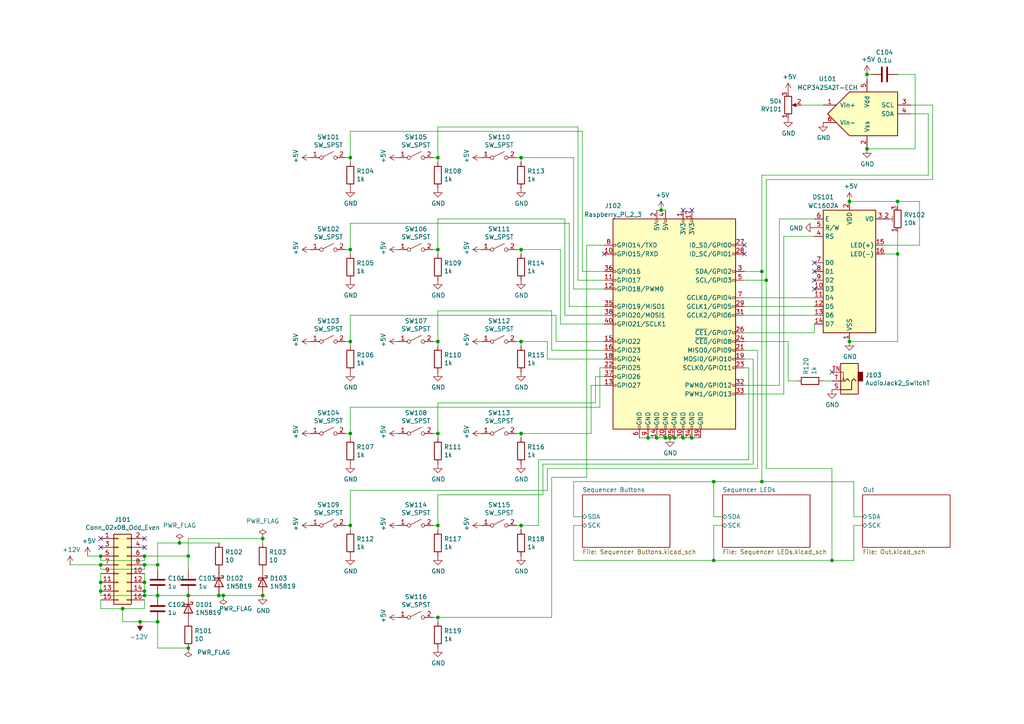
<source format=kicad_sch>
(kicad_sch (version 20211123) (generator eeschema)
  (paper "A4")
  (title_block (title "Controller") (date "2021-06-25") (rev "1.0"))
  (lib_symbols
    (symbol "Analog_ADC:MCP3425A2T-ECH" (pin_names (offset 1.016))
      (property "Reference" "U" (at -10.16 7.62 0))
      (property "Value" "MCP3425A2T-ECH" (at 2.54 7.62 0))
      (symbol "MCP3425A2T-ECH_0_1"
        (polyline (pts (xy -5.08 6.35) (xy 8.89 6.35) (xy 8.89 0) (xy 8.89 -6.35) (xy -5.08 -6.35) (xy -11.43 0) (xy -5.08 6.35)) (stroke (width 0.254)) (fill (type background)))
      )
      (symbol "MCP3425A2T-ECH_1_1"
        (pin passive line (at -12.7 2.54 0) (length 3.81) (name "Vin+") (number "1"))
        (pin power_in line (at 0 -10.16 90) (length 3.81) (name "Vss") (number "2"))
        (pin input line (at 12.7 2.54 180) (length 3.81) (name "SCL") (number "3"))
        (pin bidirectional line (at 12.7 0 180) (length 3.81) (name "SDA") (number "4"))
        (pin power_in line (at 0 10.16 270) (length 3.81) (name "Vdd") (number "5"))
        (pin passive line (at -12.7 -2.54 0) (length 3.81) (name "Vin-") (number "6"))
      )
    )
    (symbol "Connector:AudioJack2_SwitchT"
      (property "Reference" "J" (at 0 8.89 0))
      (property "Value" "AudioJack2_SwitchT" (at 0 6.35 0))
      (symbol "AudioJack2_SwitchT_0_1"
        (rectangle (start -2.54 0) (end -3.81 -2.54) (stroke (width 0.254)) (fill (type outline)))
        (polyline (pts (xy 1.778 -0.254) (xy 2.032 -0.762)))
        (polyline (pts (xy 0 0) (xy 0.635 -0.635) (xy 1.27 0) (xy 2.54 0)) (stroke (width 0.254)))
        (polyline (pts (xy 2.54 -2.54) (xy 1.778 -2.54) (xy 1.778 -0.254) (xy 1.524 -0.762)))
        (polyline (pts (xy 2.54 2.54) (xy -0.635 2.54) (xy -0.635 0) (xy -1.27 -0.635) (xy -1.905 0)) (stroke (width 0.254)))
        (rectangle (start 2.54 3.81) (end -2.54 -5.08) (stroke (width 0.254)) (fill (type background)))
      )
      (symbol "AudioJack2_SwitchT_1_1"
        (pin passive line (at 5.08 2.54 180) (length 2.54) (name "~") (number "S"))
        (pin passive line (at 5.08 0 180) (length 2.54) (name "~") (number "T"))
        (pin passive line (at 5.08 -2.54 180) (length 2.54) (name "~") (number "TN"))
      )
    )
    (symbol "Connector:Raspberry_Pi_2_3" (pin_names (offset 1.016))
      (property "Reference" "J" (at -17.78 31.75 0))
      (property "Value" "Raspberry_Pi_2_3" (at 10.16 -31.75 0))
      (symbol "Raspberry_Pi_2_3_0_1"
        (rectangle (start -17.78 30.48) (end 17.78 -30.48) (stroke (width 0.254)) (fill (type background)))
      )
      (symbol "Raspberry_Pi_2_3_1_1"
        (rectangle (start -16.891 -17.526) (end -17.78 -18.034))
        (rectangle (start -16.891 -14.986) (end -17.78 -15.494))
        (rectangle (start -16.891 -12.446) (end -17.78 -12.954))
        (rectangle (start -16.891 -9.906) (end -17.78 -10.414))
        (rectangle (start -16.891 -7.366) (end -17.78 -7.874))
        (rectangle (start -16.891 -4.826) (end -17.78 -5.334))
        (rectangle (start -16.891 0.254) (end -17.78 -0.254))
        (rectangle (start -16.891 2.794) (end -17.78 2.286))
        (rectangle (start -16.891 5.334) (end -17.78 4.826))
        (rectangle (start -16.891 10.414) (end -17.78 9.906))
        (rectangle (start -16.891 12.954) (end -17.78 12.446))
        (rectangle (start -16.891 15.494) (end -17.78 14.986))
        (rectangle (start -16.891 20.574) (end -17.78 20.066))
        (rectangle (start -16.891 23.114) (end -17.78 22.606))
        (rectangle (start -10.414 -29.591) (end -9.906 -30.48))
        (rectangle (start -7.874 -29.591) (end -7.366 -30.48))
        (rectangle (start -5.334 -29.591) (end -4.826 -30.48))
        (rectangle (start -5.334 30.48) (end -4.826 29.591))
        (rectangle (start -2.794 -29.591) (end -2.286 -30.48))
        (rectangle (start -2.794 30.48) (end -2.286 29.591))
        (rectangle (start -0.254 -29.591) (end 0.254 -30.48))
        (rectangle (start 2.286 -29.591) (end 2.794 -30.48))
        (rectangle (start 2.286 30.48) (end 2.794 29.591))
        (rectangle (start 4.826 -29.591) (end 5.334 -30.48))
        (rectangle (start 4.826 30.48) (end 5.334 29.591))
        (rectangle (start 7.366 -29.591) (end 7.874 -30.48))
        (rectangle (start 17.78 -20.066) (end 16.891 -20.574))
        (rectangle (start 17.78 -17.526) (end 16.891 -18.034))
        (rectangle (start 17.78 -12.446) (end 16.891 -12.954))
        (rectangle (start 17.78 -9.906) (end 16.891 -10.414))
        (rectangle (start 17.78 -7.366) (end 16.891 -7.874))
        (rectangle (start 17.78 -4.826) (end 16.891 -5.334))
        (rectangle (start 17.78 -2.286) (end 16.891 -2.794))
        (rectangle (start 17.78 2.794) (end 16.891 2.286))
        (rectangle (start 17.78 5.334) (end 16.891 4.826))
        (rectangle (start 17.78 7.874) (end 16.891 7.366))
        (rectangle (start 17.78 12.954) (end 16.891 12.446))
        (rectangle (start 17.78 15.494) (end 16.891 14.986))
        (rectangle (start 17.78 20.574) (end 16.891 20.066))
        (rectangle (start 17.78 23.114) (end 16.891 22.606))
        (pin power_in line (at 2.54 33.02 270) (length 2.54) (name "3V3") (number "1"))
        (pin bidirectional line (at -20.32 20.32 0) (length 2.54) (name "GPIO15/RXD") (number "10"))
        (pin bidirectional line (at -20.32 12.7 0) (length 2.54) (name "GPIO17") (number "11"))
        (pin bidirectional line (at -20.32 10.16 0) (length 2.54) (name "GPIO18/PWM0") (number "12"))
        (pin bidirectional line (at -20.32 -17.78 0) (length 2.54) (name "GPIO27") (number "13"))
        (pin power_in line (at -5.08 -33.02 90) (length 2.54) (name "GND") (number "14"))
        (pin bidirectional line (at -20.32 -5.08 0) (length 2.54) (name "GPIO22") (number "15"))
        (pin bidirectional line (at -20.32 -7.62 0) (length 2.54) (name "GPIO23") (number "16"))
        (pin power_in line (at 5.08 33.02 270) (length 2.54) (name "3V3") (number "17"))
        (pin bidirectional line (at -20.32 -10.16 0) (length 2.54) (name "GPIO24") (number "18"))
        (pin bidirectional line (at 20.32 -10.16 180) (length 2.54) (name "MOSI0/GPIO10") (number "19"))
        (pin power_in line (at -5.08 33.02 270) (length 2.54) (name "5V") (number "2"))
        (pin power_in line (at -2.54 -33.02 90) (length 2.54) (name "GND") (number "20"))
        (pin bidirectional line (at 20.32 -7.62 180) (length 2.54) (name "MISO0/GPIO9") (number "21"))
        (pin bidirectional line (at -20.32 -12.7 0) (length 2.54) (name "GPIO25") (number "22"))
        (pin bidirectional line (at 20.32 -12.7 180) (length 2.54) (name "SCLK0/GPIO11") (number "23"))
        (pin bidirectional line (at 20.32 -5.08 180) (length 2.54) (name "~{CE0}/GPIO8") (number "24"))
        (pin power_in line (at 0 -33.02 90) (length 2.54) (name "GND") (number "25"))
        (pin bidirectional line (at 20.32 -2.54 180) (length 2.54) (name "~{CE1}/GPIO7") (number "26"))
        (pin bidirectional line (at 20.32 22.86 180) (length 2.54) (name "ID_SD/GPIO0") (number "27"))
        (pin bidirectional line (at 20.32 20.32 180) (length 2.54) (name "ID_SC/GPIO1") (number "28"))
        (pin bidirectional line (at 20.32 5.08 180) (length 2.54) (name "GCLK1/GPIO5") (number "29"))
        (pin bidirectional line (at 20.32 15.24 180) (length 2.54) (name "SDA/GPIO2") (number "3"))
        (pin power_in line (at 2.54 -33.02 90) (length 2.54) (name "GND") (number "30"))
        (pin bidirectional line (at 20.32 2.54 180) (length 2.54) (name "GCLK2/GPIO6") (number "31"))
        (pin bidirectional line (at 20.32 -17.78 180) (length 2.54) (name "PWM0/GPIO12") (number "32"))
        (pin bidirectional line (at 20.32 -20.32 180) (length 2.54) (name "PWM1/GPIO13") (number "33"))
        (pin power_in line (at 5.08 -33.02 90) (length 2.54) (name "GND") (number "34"))
        (pin bidirectional line (at -20.32 5.08 0) (length 2.54) (name "GPIO19/MISO1") (number "35"))
        (pin bidirectional line (at -20.32 15.24 0) (length 2.54) (name "GPIO16") (number "36"))
        (pin bidirectional line (at -20.32 -15.24 0) (length 2.54) (name "GPIO26") (number "37"))
        (pin bidirectional line (at -20.32 2.54 0) (length 2.54) (name "GPIO20/MOSI1") (number "38"))
        (pin power_in line (at 7.62 -33.02 90) (length 2.54) (name "GND") (number "39"))
        (pin power_in line (at -2.54 33.02 270) (length 2.54) (name "5V") (number "4"))
        (pin bidirectional line (at -20.32 0 0) (length 2.54) (name "GPIO21/SCLK1") (number "40"))
        (pin bidirectional line (at 20.32 12.7 180) (length 2.54) (name "SCL/GPIO3") (number "5"))
        (pin power_in line (at -10.16 -33.02 90) (length 2.54) (name "GND") (number "6"))
        (pin bidirectional line (at 20.32 7.62 180) (length 2.54) (name "GCLK0/GPIO4") (number "7"))
        (pin bidirectional line (at -20.32 22.86 0) (length 2.54) (name "GPIO14/TXD") (number "8"))
        (pin power_in line (at -7.62 -33.02 90) (length 2.54) (name "GND") (number "9"))
      )
    )
    (symbol "Connector_Generic:Conn_02x08_Odd_Even" (pin_names (offset 1.016) hide)
      (property "Reference" "J" (at 1.27 10.16 0))
      (property "Value" "Conn_02x08_Odd_Even" (at 1.27 -12.7 0))
      (symbol "Conn_02x08_Odd_Even_1_1"
        (rectangle (start -1.27 -10.033) (end 0 -10.287) (stroke (width 0.1524)))
        (rectangle (start -1.27 -7.493) (end 0 -7.747) (stroke (width 0.1524)))
        (rectangle (start -1.27 -4.953) (end 0 -5.207) (stroke (width 0.1524)))
        (rectangle (start -1.27 -2.413) (end 0 -2.667) (stroke (width 0.1524)))
        (rectangle (start -1.27 0.127) (end 0 -0.127) (stroke (width 0.1524)))
        (rectangle (start -1.27 2.667) (end 0 2.413) (stroke (width 0.1524)))
        (rectangle (start -1.27 5.207) (end 0 4.953) (stroke (width 0.1524)))
        (rectangle (start -1.27 7.747) (end 0 7.493) (stroke (width 0.1524)))
        (rectangle (start -1.27 8.89) (end 3.81 -11.43) (stroke (width 0.254)) (fill (type background)))
        (rectangle (start 3.81 -10.033) (end 2.54 -10.287) (stroke (width 0.1524)))
        (rectangle (start 3.81 -7.493) (end 2.54 -7.747) (stroke (width 0.1524)))
        (rectangle (start 3.81 -4.953) (end 2.54 -5.207) (stroke (width 0.1524)))
        (rectangle (start 3.81 -2.413) (end 2.54 -2.667) (stroke (width 0.1524)))
        (rectangle (start 3.81 0.127) (end 2.54 -0.127) (stroke (width 0.1524)))
        (rectangle (start 3.81 2.667) (end 2.54 2.413) (stroke (width 0.1524)))
        (rectangle (start 3.81 5.207) (end 2.54 4.953) (stroke (width 0.1524)))
        (rectangle (start 3.81 7.747) (end 2.54 7.493) (stroke (width 0.1524)))
        (pin passive line (at -5.08 7.62 0) (length 3.81) (name "Pin_1") (number "1"))
        (pin passive line (at 7.62 -2.54 180) (length 3.81) (name "Pin_10") (number "10"))
        (pin passive line (at -5.08 -5.08 0) (length 3.81) (name "Pin_11") (number "11"))
        (pin passive line (at 7.62 -5.08 180) (length 3.81) (name "Pin_12") (number "12"))
        (pin passive line (at -5.08 -7.62 0) (length 3.81) (name "Pin_13") (number "13"))
        (pin passive line (at 7.62 -7.62 180) (length 3.81) (name "Pin_14") (number "14"))
        (pin passive line (at -5.08 -10.16 0) (length 3.81) (name "Pin_15") (number "15"))
        (pin passive line (at 7.62 -10.16 180) (length 3.81) (name "Pin_16") (number "16"))
        (pin passive line (at 7.62 7.62 180) (length 3.81) (name "Pin_2") (number "2"))
        (pin passive line (at -5.08 5.08 0) (length 3.81) (name "Pin_3") (number "3"))
        (pin passive line (at 7.62 5.08 180) (length 3.81) (name "Pin_4") (number "4"))
        (pin passive line (at -5.08 2.54 0) (length 3.81) (name "Pin_5") (number "5"))
        (pin passive line (at 7.62 2.54 180) (length 3.81) (name "Pin_6") (number "6"))
        (pin passive line (at -5.08 0 0) (length 3.81) (name "Pin_7") (number "7"))
        (pin passive line (at 7.62 0 180) (length 3.81) (name "Pin_8") (number "8"))
        (pin passive line (at -5.08 -2.54 0) (length 3.81) (name "Pin_9") (number "9"))
      )
    )
    (symbol "Device:C" (pin_numbers hide) (pin_names (offset 0.254))
      (property "Reference" "C" (at 0.635 2.54 0))
      (property "Value" "C" (at 0.635 -2.54 0))
      (symbol "C_0_1"
        (polyline (pts (xy -2.032 -0.762) (xy 2.032 -0.762)) (stroke (width 0.508)))
        (polyline (pts (xy -2.032 0.762) (xy 2.032 0.762)) (stroke (width 0.508)))
      )
      (symbol "C_1_1"
        (pin passive line (at 0 3.81 270) (length 2.794) (name "~") (number "1"))
        (pin passive line (at 0 -3.81 90) (length 2.794) (name "~") (number "2"))
      )
    )
    (symbol "Device:R" (pin_numbers hide) (pin_names (offset 0))
      (property "Reference" "R" (at 2.032 0 90))
      (property "Value" "R" (at 0 0 90))
      (symbol "R_0_1"
        (rectangle (start -1.016 -2.54) (end 1.016 2.54) (stroke (width 0.254)))
      )
      (symbol "R_1_1"
        (pin passive line (at 0 3.81 270) (length 1.27) (name "~") (number "1"))
        (pin passive line (at 0 -3.81 90) (length 1.27) (name "~") (number "2"))
      )
    )
    (symbol "Device:R_Potentiometer" (pin_names (offset 1.016) hide)
      (property "Reference" "RV" (at -4.445 0 90))
      (property "Value" "R_Potentiometer" (at -2.54 0 90))
      (symbol "R_Potentiometer_0_1"
        (polyline (pts (xy 2.54 0) (xy 1.524 0)))
        (polyline (pts (xy 1.143 0) (xy 2.286 0.508) (xy 2.286 -0.508) (xy 1.143 0)) (fill (type outline)))
        (rectangle (start 1.016 2.54) (end -1.016 -2.54) (stroke (width 0.254)))
      )
      (symbol "R_Potentiometer_1_1"
        (pin passive line (at 0 3.81 270) (length 1.27) (name "1") (number "1"))
        (pin passive line (at 3.81 0 180) (length 1.27) (name "2") (number "2"))
        (pin passive line (at 0 -3.81 90) (length 1.27) (name "3") (number "3"))
      )
    )
    (symbol "Device:R_Potentiometer_Trim" (pin_names (offset 1.016) hide)
      (property "Reference" "RV" (at -4.445 0 90))
      (property "Value" "R_Potentiometer_Trim" (at -2.54 0 90))
      (symbol "R_Potentiometer_Trim_0_1"
        (polyline (pts (xy 1.524 0.762) (xy 1.524 -0.762)))
        (polyline (pts (xy 2.54 0) (xy 1.524 0)))
        (rectangle (start 1.016 2.54) (end -1.016 -2.54) (stroke (width 0.254)))
      )
      (symbol "R_Potentiometer_Trim_1_1"
        (pin passive line (at 0 3.81 270) (length 1.27) (name "1") (number "1"))
        (pin passive line (at 3.81 0 180) (length 1.27) (name "2") (number "2"))
        (pin passive line (at 0 -3.81 90) (length 1.27) (name "3") (number "3"))
      )
    )
    (symbol "Diode:1N5819" (pin_numbers hide) (pin_names (offset 1.016) hide)
      (property "Reference" "D" (at 0 2.54 0))
      (property "Value" "1N5819" (at 0 -2.54 0))
      (symbol "1N5819_0_1"
        (polyline (pts (xy 1.27 0) (xy -1.27 0)))
        (polyline (pts (xy 1.27 1.27) (xy 1.27 -1.27) (xy -1.27 0) (xy 1.27 1.27)) (stroke (width 0.254)))
        (polyline (pts (xy -1.905 0.635) (xy -1.905 1.27) (xy -1.27 1.27) (xy -1.27 -1.27) (xy -0.635 -1.27) (xy -0.635 -0.635)) (stroke (width 0.254)))
      )
      (symbol "1N5819_1_1"
        (pin passive line (at -3.81 0 0) (length 2.54) (name "K") (number "1"))
        (pin passive line (at 3.81 0 180) (length 2.54) (name "A") (number "2"))
      )
    )
    (symbol "Display_Character:WC1602A"
      (property "Reference" "DS" (at -5.842 19.05 0))
      (property "Value" "WC1602A" (at 5.334 19.05 0))
      (symbol "WC1602A_1_1"
        (rectangle (start -7.62 17.78) (end 7.62 -17.78) (stroke (width 0.254)) (fill (type background)))
        (pin power_in line (at 0 -20.32 90) (length 2.54) (name "VSS") (number "1"))
        (pin input line (at -10.16 -5.08 0) (length 2.54) (name "D3") (number "10"))
        (pin input line (at -10.16 -7.62 0) (length 2.54) (name "D4") (number "11"))
        (pin input line (at -10.16 -10.16 0) (length 2.54) (name "D5") (number "12"))
        (pin input line (at -10.16 -12.7 0) (length 2.54) (name "D6") (number "13"))
        (pin input line (at -10.16 -15.24 0) (length 2.54) (name "D7") (number "14"))
        (pin power_in line (at 10.16 7.62 180) (length 2.54) (name "LED(+)") (number "15"))
        (pin power_in line (at 10.16 5.08 180) (length 2.54) (name "LED(-)") (number "16"))
        (pin power_in line (at 0 20.32 270) (length 2.54) (name "VDD") (number "2"))
        (pin input line (at 10.16 15.24 180) (length 2.54) (name "VO") (number "3"))
        (pin input line (at -10.16 10.16 0) (length 2.54) (name "RS") (number "4"))
        (pin input line (at -10.16 12.7 0) (length 2.54) (name "R/W") (number "5"))
        (pin input line (at -10.16 15.24 0) (length 2.54) (name "E") (number "6"))
        (pin input line (at -10.16 2.54 0) (length 2.54) (name "D0") (number "7"))
        (pin input line (at -10.16 0 0) (length 2.54) (name "D1") (number "8"))
        (pin input line (at -10.16 -2.54 0) (length 2.54) (name "D2") (number "9"))
      )
    )
    (symbol "Switch:SW_SPST" (pin_names (offset 0) hide)
      (property "Reference" "SW" (at 0 3.175 0))
      (property "Value" "SW_SPST" (at 0 -2.54 0))
      (symbol "SW_SPST_0_0"
        (circle (center -2.032 0) (radius 0.508))
        (polyline (pts (xy -1.524 0.254) (xy 1.524 1.778)))
        (circle (center 2.032 0) (radius 0.508))
      )
      (symbol "SW_SPST_1_1"
        (pin passive line (at -5.08 0 0) (length 2.54) (name "A") (number "1"))
        (pin passive line (at 5.08 0 180) (length 2.54) (name "B") (number "2"))
      )
    )
    (symbol "power:+12V" (power) (pin_names (offset 0))
      (property "Value" "+12V" (at 0 3.556 0))
      (symbol "+12V_0_1"
        (polyline (pts (xy -0.762 1.27) (xy 0 2.54)))
        (polyline (pts (xy 0 0) (xy 0 2.54)))
        (polyline (pts (xy 0 2.54) (xy 0.762 1.27)))
      )
      (symbol "+12V_1_1"
        (pin power_in line (at 0 0 90) (length 0) hide (name "+12V") (number "1"))
      )
    )
    (symbol "power:+5V" (power) (pin_names (offset 0))
      (property "Value" "+5V" (at 0 3.556 0))
      (symbol "+5V_0_1"
        (polyline (pts (xy -0.762 1.27) (xy 0 2.54)))
        (polyline (pts (xy 0 0) (xy 0 2.54)))
        (polyline (pts (xy 0 2.54) (xy 0.762 1.27)))
      )
      (symbol "+5V_1_1"
        (pin power_in line (at 0 0 90) (length 0) hide (name "+5V") (number "1"))
      )
    )
    (symbol "power:-12V" (power) (pin_names (offset 0))
      (property "Value" "-12V" (at 0 3.81 0))
      (symbol "-12V_0_0"
        (pin power_in line (at 0 0 90) (length 0) hide (name "-12V") (number "1"))
      )
      (symbol "-12V_0_1"
        (polyline (pts (xy 0 0) (xy 0 1.27) (xy 0.762 1.27) (xy 0 2.54) (xy -0.762 1.27) (xy 0 1.27)) (fill (type outline)))
      )
    )
    (symbol "power:GND" (power) (pin_names (offset 0))
      (property "Value" "GND" (at 0 -3.81 0))
      (symbol "GND_0_1"
        (polyline (pts (xy 0 0) (xy 0 -1.27) (xy 1.27 -1.27) (xy 0 -2.54) (xy -1.27 -1.27) (xy 0 -1.27)))
      )
      (symbol "GND_1_1"
        (pin power_in line (at 0 0 270) (length 0) hide (name "GND") (number "1"))
      )
    )
    (symbol "power:PWR_FLAG" (power) (pin_numbers hide) (pin_names (offset 0) hide)
      (property "Value" "PWR_FLAG" (at 0 3.81 0))
      (symbol "PWR_FLAG_0_0"
        (pin power_out line (at 0 0 90) (length 0) (name "pwr") (number "1"))
      )
      (symbol "PWR_FLAG_0_1"
        (polyline (pts (xy 0 0) (xy 0 1.27) (xy -1.016 1.905) (xy 0 2.54) (xy 1.016 1.905) (xy 0 1.27)))
      )
    )
  )
  (junction (at 151.13 125.73))
  (junction (at 76.2 156.21))
  (junction (at 29.21 161.29))
  (junction (at 54.61 172.72))
  (junction (at 246.38 99.06))
  (junction (at 251.46 43.18))
  (junction (at 41.91 168.91))
  (junction (at 190.5 127))
  (junction (at 63.5 172.72))
  (junction (at 220.98 139.7))
  (junction (at 127 179.07))
  (junction (at 127 99.06))
  (junction (at 193.04 127))
  (junction (at 41.91 171.45))
  (junction (at 241.3 162.56))
  (junction (at 151.13 152.4))
  (junction (at 127 152.4))
  (junction (at 151.13 45.72))
  (junction (at 41.91 163.83))
  (junction (at 41.91 161.29))
  (junction (at 101.6 125.73))
  (junction (at 194.31 127))
  (junction (at 35.56 176.53))
  (junction (at 191.77 60.96))
  (junction (at 251.46 21.59))
  (junction (at 101.6 72.39))
  (junction (at 195.58 127))
  (junction (at 127 125.73))
  (junction (at 41.91 172.72))
  (junction (at 101.6 45.72))
  (junction (at 198.12 127))
  (junction (at 151.13 99.06))
  (junction (at 29.21 168.91))
  (junction (at 151.13 72.39))
  (junction (at 260.35 58.42))
  (junction (at 187.96 127))
  (junction (at 200.66 127))
  (junction (at 260.35 73.66))
  (junction (at 54.61 161.29))
  (junction (at 76.2 172.72))
  (junction (at 101.6 99.06))
  (junction (at 246.38 58.42))
  (junction (at 220.98 78.74))
  (junction (at 127 72.39))
  (junction (at 29.21 171.45))
  (junction (at 54.61 187.96))
  (junction (at 101.6 152.4))
  (junction (at 127 45.72))
  (junction (at 222.25 81.28))
  (junction (at 207.01 162.56))
  (junction (at 45.72 172.72))
  (junction (at 64.77 172.72))
  (junction (at 29.21 163.83))
  (junction (at 45.72 163.83))
  (junction (at 52.07 157.48))
  (junction (at 45.72 180.34))
  (junction (at 207.01 139.7))
  (junction (at 40.64 180.34))
  (no_connect (at 29.21 156.21))
  (no_connect (at 215.9 73.66))
  (no_connect (at 241.3 107.95))
  (no_connect (at 236.22 76.2))
  (no_connect (at 175.26 73.66))
  (no_connect (at 236.22 78.74))
  (no_connect (at 236.22 81.28))
  (no_connect (at 236.22 83.82))
  (no_connect (at 198.12 60.96))
  (no_connect (at 29.21 158.75))
  (no_connect (at 200.66 60.96))
  (no_connect (at 41.91 156.21))
  (no_connect (at 41.91 158.75))
  (no_connect (at 215.9 71.12))
  (wire (pts (xy 127 36.83) (xy 167.64 36.83)))
  (wire (pts (xy 127 152.4) (xy 127 143.51)))
  (wire (pts (xy 170.18 138.43) (xy 160.02 138.43)))
  (wire (pts (xy 266.7 58.42) (xy 260.35 58.42)))
  (wire (pts (xy 236.22 68.58) (xy 227.33 68.58)))
  (wire (pts (xy 29.21 171.45) (xy 29.21 172.72)))
  (wire (pts (xy 125.73 99.06) (xy 127 99.06)))
  (wire (pts (xy 220.98 139.7) (xy 247.65 139.7)))
  (wire (pts (xy 226.06 63.5) (xy 226.06 111.76)))
  (wire (pts (xy 198.12 127) (xy 200.66 127)))
  (wire (pts (xy 100.33 152.4) (xy 101.6 152.4)))
  (wire (pts (xy 157.48 143.51) (xy 157.48 134.62)))
  (wire (pts (xy 270.51 30.48) (xy 270.51 52.07)))
  (wire (pts (xy 260.35 21.59) (xy 265.43 21.59)))
  (wire (pts (xy 187.96 127) (xy 190.5 127)))
  (wire (pts (xy 125.73 125.73) (xy 127 125.73)))
  (wire (pts (xy 125.73 45.72) (xy 127 45.72)))
  (wire (pts (xy 149.86 72.39) (xy 151.13 72.39)))
  (wire (pts (xy 217.17 133.35) (xy 156.21 133.35)))
  (wire (pts (xy 156.21 133.35) (xy 156.21 152.4)))
  (wire (pts (xy 163.83 91.44) (xy 175.26 91.44)))
  (wire (pts (xy 127 72.39) (xy 127 63.5)))
  (wire (pts (xy 246.38 58.42) (xy 260.35 58.42)))
  (wire (pts (xy 127 143.51) (xy 157.48 143.51)))
  (wire (pts (xy 101.6 72.39) (xy 101.6 73.66)))
  (wire (pts (xy 64.77 172.72) (xy 76.2 172.72)))
  (wire (pts (xy 158.75 142.24) (xy 158.75 135.89)))
  (wire (pts (xy 151.13 152.4) (xy 151.13 153.67)))
  (wire (pts (xy 101.6 99.06) (xy 101.6 91.44)))
  (wire (pts (xy 166.37 152.4) (xy 166.37 162.56)))
  (wire (pts (xy 226.06 63.5) (xy 236.22 63.5)))
  (wire (pts (xy 158.75 104.14) (xy 175.26 104.14)))
  (wire (pts (xy 100.33 45.72) (xy 101.6 45.72)))
  (wire (pts (xy 40.64 180.34) (xy 45.72 180.34)))
  (wire (pts (xy 35.56 176.53) (xy 41.91 176.53)))
  (wire (pts (xy 161.29 91.44) (xy 161.29 99.06)))
  (wire (pts (xy 219.71 101.6) (xy 219.71 135.89)))
  (wire (pts (xy 41.91 161.29) (xy 54.61 161.29)))
  (wire (pts (xy 190.5 60.96) (xy 191.77 60.96)))
  (wire (pts (xy 125.73 72.39) (xy 127 72.39)))
  (wire (pts (xy 220.98 78.74) (xy 220.98 139.7)))
  (wire (pts (xy 158.75 135.89) (xy 219.71 135.89)))
  (wire (pts (xy 195.58 127) (xy 198.12 127)))
  (wire (pts (xy 173.99 106.68) (xy 173.99 118.11)))
  (wire (pts (xy 125.73 179.07) (xy 127 179.07)))
  (wire (pts (xy 54.61 156.21) (xy 76.2 156.21)))
  (wire (pts (xy 247.65 139.7) (xy 247.65 149.86)))
  (wire (pts (xy 241.3 162.56) (xy 247.65 162.56)))
  (wire (pts (xy 161.29 99.06) (xy 175.26 99.06)))
  (wire (pts (xy 151.13 45.72) (xy 151.13 46.99)))
  (wire (pts (xy 127 116.84) (xy 172.72 116.84)))
  (wire (pts (xy 171.45 125.73) (xy 151.13 125.73)))
  (wire (pts (xy 29.21 162.56) (xy 41.91 162.56)))
  (wire (pts (xy 45.72 180.34) (xy 45.72 187.96)))
  (wire (pts (xy 160.02 101.6) (xy 175.26 101.6)))
  (wire (pts (xy 166.37 139.7) (xy 207.01 139.7)))
  (wire (pts (xy 127 179.07) (xy 127 180.34)))
  (wire (pts (xy 269.24 33.02) (xy 264.16 33.02)))
  (wire (pts (xy 217.17 106.68) (xy 217.17 133.35)))
  (wire (pts (xy 168.91 38.1) (xy 101.6 38.1)))
  (wire (pts (xy 260.35 58.42) (xy 260.35 59.69)))
  (wire (pts (xy 151.13 99.06) (xy 151.13 100.33)))
  (wire (pts (xy 247.65 162.56) (xy 247.65 152.4)))
  (wire (pts (xy 100.33 72.39) (xy 101.6 72.39)))
  (wire (pts (xy 29.21 172.72) (xy 41.91 172.72)))
  (wire (pts (xy 149.86 45.72) (xy 151.13 45.72)))
  (wire (pts (xy 236.22 96.52) (xy 236.22 93.98)))
  (wire (pts (xy 41.91 168.91) (xy 41.91 171.45)))
  (wire (pts (xy 175.26 71.12) (xy 170.18 71.12)))
  (wire (pts (xy 241.3 135.89) (xy 241.3 162.56)))
  (wire (pts (xy 163.83 63.5) (xy 163.83 91.44)))
  (wire (pts (xy 29.21 176.53) (xy 35.56 176.53)))
  (wire (pts (xy 127 63.5) (xy 163.83 63.5)))
  (wire (pts (xy 166.37 162.56) (xy 207.01 162.56)))
  (wire (pts (xy 127 90.17) (xy 160.02 90.17)))
  (wire (pts (xy 45.72 172.72) (xy 54.61 172.72)))
  (wire (pts (xy 160.02 90.17) (xy 160.02 101.6)))
  (wire (pts (xy 54.61 172.72) (xy 63.5 172.72)))
  (wire (pts (xy 76.2 156.21) (xy 76.2 157.48)))
  (wire (pts (xy 162.56 72.39) (xy 162.56 93.98)))
  (wire (pts (xy 167.64 81.28) (xy 175.26 81.28)))
  (wire (pts (xy 166.37 45.72) (xy 166.37 83.82)))
  (wire (pts (xy 35.56 176.53) (xy 35.56 180.34)))
  (wire (pts (xy 41.91 172.72) (xy 41.91 171.45)))
  (wire (pts (xy 227.33 68.58) (xy 227.33 114.3)))
  (wire (pts (xy 172.72 116.84) (xy 172.72 109.22)))
  (wire (pts (xy 215.9 86.36) (xy 236.22 86.36)))
  (wire (pts (xy 207.01 162.56) (xy 241.3 162.56)))
  (wire (pts (xy 101.6 91.44) (xy 161.29 91.44)))
  (wire (pts (xy 220.98 78.74) (xy 220.98 50.8)))
  (wire (pts (xy 218.44 104.14) (xy 218.44 134.62)))
  (wire (pts (xy 247.65 152.4) (xy 250.19 152.4)))
  (wire (pts (xy 101.6 142.24) (xy 158.75 142.24)))
  (wire (pts (xy 127 125.73) (xy 127 127)))
  (wire (pts (xy 158.75 99.06) (xy 158.75 104.14)))
  (wire (pts (xy 200.66 127) (xy 203.2 127)))
  (wire (pts (xy 167.64 36.83) (xy 167.64 81.28)))
  (wire (pts (xy 63.5 157.48) (xy 52.07 157.48)))
  (wire (pts (xy 45.72 163.83) (xy 45.72 165.1)))
  (wire (pts (xy 151.13 72.39) (xy 151.13 73.66)))
  (wire (pts (xy 101.6 118.11) (xy 101.6 125.73)))
  (wire (pts (xy 251.46 21.59) (xy 252.73 21.59)))
  (wire (pts (xy 215.9 111.76) (xy 226.06 111.76)))
  (wire (pts (xy 101.6 99.06) (xy 101.6 100.33)))
  (wire (pts (xy 238.76 110.49) (xy 241.3 110.49)))
  (wire (pts (xy 101.6 142.24) (xy 101.6 152.4)))
  (wire (pts (xy 170.18 71.12) (xy 170.18 138.43)))
  (wire (pts (xy 41.91 162.56) (xy 41.91 161.29)))
  (wire (pts (xy 207.01 139.7) (xy 220.98 139.7)))
  (wire (pts (xy 165.1 64.77) (xy 165.1 88.9)))
  (wire (pts (xy 175.26 111.76) (xy 171.45 111.76)))
  (wire (pts (xy 165.1 88.9) (xy 175.26 88.9)))
  (wire (pts (xy 157.48 134.62) (xy 218.44 134.62)))
  (wire (pts (xy 215.9 96.52) (xy 236.22 96.52)))
  (wire (pts (xy 127 152.4) (xy 127 153.67)))
  (wire (pts (xy 215.9 91.44) (xy 236.22 91.44)))
  (wire (pts (xy 215.9 99.06) (xy 228.6 99.06)))
  (wire (pts (xy 29.21 161.29) (xy 29.21 162.56)))
  (wire (pts (xy 29.21 173.99) (xy 29.21 176.53)))
  (wire (pts (xy 52.07 157.48) (xy 45.72 157.48)))
  (wire (pts (xy 127 72.39) (xy 127 73.66)))
  (wire (pts (xy 151.13 125.73) (xy 151.13 127)))
  (wire (pts (xy 171.45 111.76) (xy 171.45 125.73)))
  (wire (pts (xy 127 99.06) (xy 127 90.17)))
  (wire (pts (xy 215.9 101.6) (xy 219.71 101.6)))
  (wire (pts (xy 266.7 71.12) (xy 266.7 58.42)))
  (wire (pts (xy 207.01 162.56) (xy 207.01 152.4)))
  (wire (pts (xy 228.6 110.49) (xy 231.14 110.49)))
  (wire (pts (xy 251.46 43.18) (xy 265.43 43.18)))
  (wire (pts (xy 41.91 166.37) (xy 41.91 168.91)))
  (wire (pts (xy 125.73 152.4) (xy 127 152.4)))
  (wire (pts (xy 35.56 180.34) (xy 40.64 180.34)))
  (wire (pts (xy 127 45.72) (xy 127 36.83)))
  (wire (pts (xy 41.91 172.72) (xy 45.72 172.72)))
  (wire (pts (xy 162.56 93.98) (xy 175.26 93.98)))
  (wire (pts (xy 127 99.06) (xy 127 100.33)))
  (wire (pts (xy 185.42 127) (xy 187.96 127)))
  (wire (pts (xy 173.99 118.11) (xy 101.6 118.11)))
  (wire (pts (xy 264.16 30.48) (xy 270.51 30.48)))
  (wire (pts (xy 100.33 99.06) (xy 101.6 99.06)))
  (wire (pts (xy 194.31 127) (xy 195.58 127)))
  (wire (pts (xy 29.21 168.91) (xy 29.21 171.45)))
  (wire (pts (xy 220.98 50.8) (xy 269.24 50.8)))
  (wire (pts (xy 101.6 45.72) (xy 101.6 46.99)))
  (wire (pts (xy 54.61 161.29) (xy 54.61 165.1)))
  (wire (pts (xy 260.35 73.66) (xy 260.35 99.06)))
  (wire (pts (xy 127 179.07) (xy 160.02 179.07)))
  (wire (pts (xy 101.6 72.39) (xy 101.6 64.77)))
  (wire (pts (xy 151.13 99.06) (xy 158.75 99.06)))
  (wire (pts (xy 222.25 135.89) (xy 241.3 135.89)))
  (wire (pts (xy 160.02 138.43) (xy 160.02 179.07)))
  (wire (pts (xy 270.51 52.07) (xy 222.25 52.07)))
  (wire (pts (xy 45.72 187.96) (xy 54.61 187.96)))
  (wire (pts (xy 29.21 165.1) (xy 41.91 165.1)))
  (wire (pts (xy 251.46 22.86) (xy 251.46 21.59)))
  (wire (pts (xy 29.21 163.83) (xy 29.21 165.1)))
  (wire (pts (xy 207.01 152.4) (xy 209.55 152.4)))
  (wire (pts (xy 215.9 104.14) (xy 218.44 104.14)))
  (wire (pts (xy 45.72 157.48) (xy 45.72 163.83)))
  (wire (pts (xy 265.43 21.59) (xy 265.43 43.18)))
  (wire (pts (xy 222.25 81.28) (xy 222.25 135.89)))
  (wire (pts (xy 215.9 114.3) (xy 227.33 114.3)))
  (wire (pts (xy 260.35 99.06) (xy 246.38 99.06)))
  (wire (pts (xy 209.55 149.86) (xy 207.01 149.86)))
  (wire (pts (xy 269.24 50.8) (xy 269.24 33.02)))
  (wire (pts (xy 101.6 38.1) (xy 101.6 45.72)))
  (wire (pts (xy 175.26 83.82) (xy 166.37 83.82)))
  (wire (pts (xy 25.4 161.29) (xy 29.21 161.29)))
  (wire (pts (xy 168.91 149.86) (xy 166.37 149.86)))
  (wire (pts (xy 127 45.72) (xy 127 46.99)))
  (wire (pts (xy 207.01 149.86) (xy 207.01 139.7)))
  (wire (pts (xy 215.9 88.9) (xy 236.22 88.9)))
  (wire (pts (xy 215.9 106.68) (xy 217.17 106.68)))
  (wire (pts (xy 149.86 125.73) (xy 151.13 125.73)))
  (wire (pts (xy 256.54 71.12) (xy 266.7 71.12)))
  (wire (pts (xy 193.04 127) (xy 194.31 127)))
  (wire (pts (xy 260.35 67.31) (xy 260.35 73.66)))
  (wire (pts (xy 127 125.73) (xy 127 116.84)))
  (wire (pts (xy 215.9 78.74) (xy 220.98 78.74)))
  (wire (pts (xy 149.86 99.06) (xy 151.13 99.06)))
  (wire (pts (xy 41.91 176.53) (xy 41.91 173.99)))
  (wire (pts (xy 54.61 161.29) (xy 54.61 156.21)))
  (wire (pts (xy 41.91 163.83) (xy 45.72 163.83)))
  (wire (pts (xy 168.91 152.4) (xy 166.37 152.4)))
  (wire (pts (xy 175.26 106.68) (xy 173.99 106.68)))
  (wire (pts (xy 256.54 73.66) (xy 260.35 73.66)))
  (wire (pts (xy 20.32 163.83) (xy 29.21 163.83)))
  (wire (pts (xy 222.25 52.07) (xy 222.25 81.28)))
  (wire (pts (xy 156.21 152.4) (xy 151.13 152.4)))
  (wire (pts (xy 166.37 149.86) (xy 166.37 139.7)))
  (wire (pts (xy 168.91 78.74) (xy 168.91 38.1)))
  (wire (pts (xy 29.21 166.37) (xy 29.21 168.91)))
  (wire (pts (xy 101.6 125.73) (xy 101.6 127)))
  (wire (pts (xy 228.6 99.06) (xy 228.6 110.49)))
  (wire (pts (xy 175.26 78.74) (xy 168.91 78.74)))
  (wire (pts (xy 101.6 152.4) (xy 101.6 153.67)))
  (wire (pts (xy 41.91 165.1) (xy 41.91 163.83)))
  (wire (pts (xy 149.86 152.4) (xy 151.13 152.4)))
  (wire (pts (xy 101.6 64.77) (xy 165.1 64.77)))
  (wire (pts (xy 172.72 109.22) (xy 175.26 109.22)))
  (wire (pts (xy 222.25 81.28) (xy 215.9 81.28)))
  (wire (pts (xy 151.13 45.72) (xy 166.37 45.72)))
  (wire (pts (xy 191.77 60.96) (xy 193.04 60.96)))
  (wire (pts (xy 63.5 172.72) (xy 64.77 172.72)))
  (wire (pts (xy 247.65 149.86) (xy 250.19 149.86)))
  (wire (pts (xy 151.13 72.39) (xy 162.56 72.39)))
  (wire (pts (xy 190.5 127) (xy 193.04 127)))
  (wire (pts (xy 100.33 125.73) (xy 101.6 125.73)))
  (wire (pts (xy 232.41 30.48) (xy 238.76 30.48)))
  (symbol (lib_id "Connector:Raspberry_Pi_2_3") (at 195.58 93.98 0) (unit 1)
    (property "Reference" "J102" (at 177.8 59.69 0))
    (property "Value" "Raspberry_Pi_2_3" (at 177.8 62.23 0))
    (property "Footprint" "Module:Raspberry_Pi_Zero_Socketed_THT_FaceDown" (effects hide))
    (property "Datasheet" "https://www.raspberrypi.org/documentation/hardware/raspberrypi/schematics/rpi_SCH_3bplus_1p0_reduced.pdf" (effects hide))
  )
  (symbol (lib_id "Analog_ADC:MCP3425A2T-ECH") (at 251.46 33.02 0) (unit 1)
    (property "Reference" "U101" (at 240.03 22.86 0))
    (property "Value" "MCP3425A2T-ECH" (at 240.03 25.4 0))
    (property "Footprint" "Package_TO_SOT_SMD:SOT-23-6" (effects hide))
    (property "Datasheet" "http://ww1.microchip.com/downloads/en/DeviceDoc/22072b.pdf" (effects hide))
  )
  (symbol (lib_id "Switch:SW_SPST") (at 95.25 45.72 0) (unit 1)
    (property "Reference" "SW101" (at 95.25 39.751 0))
    (property "Value" "SW_SPST" (at 95.25 42.0624 0))
    (property "Footprint" "Switch:PBS-105" (effects hide))
  )
  (symbol (lib_id "power:+5V") (at 90.17 45.72 90) (unit 1)
    (property "Reference" "#PWR0105" (effects hide))
    (property "Value" "+5V" (at 85.7758 45.339 0))
  )
  (symbol (lib_id "Device:R") (at 101.6 50.8 180) (unit 1)
    (property "Reference" "R104" (at 103.378 49.6316 0) (effects (justify right)))
    (property "Value" "1k" (at 103.378 51.943 0) (effects (justify right)))
    (property "Footprint" "Resistor_THT:R_Axial_DIN0207_L6.3mm_D2.5mm_P7.62mm_Horizontal" (effects hide))
  )
  (symbol (lib_id "power:GND") (at 101.6 54.61 0) (unit 1)
    (property "Reference" "#PWR0109" (effects hide))
    (property "Value" "GND" (at 101.727 59.0042 0))
  )
  (symbol (lib_id "Connector:AudioJack2_SwitchT") (at 246.38 110.49 180) (unit 1)
    (property "Reference" "J103" (at 250.952 108.7882 0) (effects (justify right)))
    (property "Value" "AudioJack2_SwitchT" (at 250.952 111.0996 0) (effects (justify right)))
    (property "Footprint" "Connector_Audio:Jack_3.5mm_QingPu_WQP-PJ398SM_Vertical_CircularHoles" (effects hide))
  )
  (symbol (lib_id "power:GND") (at 241.3 113.03 0) (unit 1)
    (property "Reference" "#PWR0137" (effects hide))
    (property "Value" "GND" (at 241.427 117.4242 0))
  )
  (symbol (lib_id "Switch:SW_SPST") (at 120.65 45.72 0) (unit 1)
    (property "Reference" "SW105" (at 120.65 39.751 0))
    (property "Value" "SW_SPST" (at 120.65 42.0624 0))
    (property "Footprint" "Switch:PBS-105" (effects hide))
  )
  (symbol (lib_id "power:+5V") (at 115.57 45.72 90) (unit 1)
    (property "Reference" "#PWR0113" (effects hide))
    (property "Value" "+5V" (at 111.1758 45.339 0))
  )
  (symbol (lib_id "Device:R") (at 127 50.8 180) (unit 1)
    (property "Reference" "R108" (at 128.778 49.6316 0) (effects (justify right)))
    (property "Value" "1k" (at 128.778 51.943 0) (effects (justify right)))
    (property "Footprint" "Resistor_THT:R_Axial_DIN0207_L6.3mm_D2.5mm_P7.62mm_Horizontal" (effects hide))
  )
  (symbol (lib_id "power:GND") (at 127 54.61 0) (unit 1)
    (property "Reference" "#PWR0118" (effects hide))
    (property "Value" "GND" (at 127.127 59.0042 0))
  )
  (symbol (lib_id "Switch:SW_SPST") (at 144.78 45.72 0) (unit 1)
    (property "Reference" "SW110" (at 144.78 39.751 0))
    (property "Value" "SW_SPST" (at 144.78 42.0624 0))
    (property "Footprint" "Switch:PBS-105" (effects hide))
  )
  (symbol (lib_id "power:+5V") (at 139.7 45.72 90) (unit 1)
    (property "Reference" "#PWR0123" (effects hide))
    (property "Value" "+5V" (at 135.3058 45.339 0))
  )
  (symbol (lib_id "Device:R") (at 151.13 50.8 180) (unit 1)
    (property "Reference" "R113" (at 152.908 49.6316 0) (effects (justify right)))
    (property "Value" "1k" (at 152.908 51.943 0) (effects (justify right)))
    (property "Footprint" "Resistor_THT:R_Axial_DIN0207_L6.3mm_D2.5mm_P7.62mm_Horizontal" (effects hide))
  )
  (symbol (lib_id "power:GND") (at 151.13 54.61 0) (unit 1)
    (property "Reference" "#PWR0127" (effects hide))
    (property "Value" "GND" (at 151.257 59.0042 0))
  )
  (symbol (lib_id "Switch:SW_SPST") (at 120.65 179.07 0) (unit 1)
    (property "Reference" "SW116" (at 120.65 173.101 0))
    (property "Value" "SW_SPST" (at 120.65 175.4124 0))
    (property "Footprint" "Switch:PBS-105" (effects hide))
  )
  (symbol (lib_id "power:+5V") (at 115.57 179.07 90) (unit 1)
    (property "Reference" "#PWR0146" (effects hide))
    (property "Value" "+5V" (at 111.1758 178.689 0))
  )
  (symbol (lib_id "Device:R") (at 127 184.15 180) (unit 1)
    (property "Reference" "R119" (at 128.778 182.9816 0) (effects (justify right)))
    (property "Value" "1k" (at 128.778 185.293 0) (effects (justify right)))
    (property "Footprint" "Resistor_THT:R_Axial_DIN0207_L6.3mm_D2.5mm_P7.62mm_Horizontal" (effects hide))
  )
  (symbol (lib_id "power:GND") (at 127 187.96 0) (unit 1)
    (property "Reference" "#PWR0147" (effects hide))
    (property "Value" "GND" (at 127.127 192.3542 0))
  )
  (symbol (lib_id "Switch:SW_SPST") (at 120.65 152.4 0) (unit 1)
    (property "Reference" "SW114" (at 120.65 146.431 0))
    (property "Value" "SW_SPST" (at 120.65 148.7424 0))
    (property "Footprint" "Switch:PBS-105" (effects hide))
  )
  (symbol (lib_id "power:+5V") (at 115.57 152.4 90) (unit 1)
    (property "Reference" "#PWR0142" (effects hide))
    (property "Value" "+5V" (at 111.1758 152.019 0))
  )
  (symbol (lib_id "Device:R") (at 127 157.48 180) (unit 1)
    (property "Reference" "R117" (at 128.778 156.3116 0) (effects (justify right)))
    (property "Value" "1k" (at 128.778 158.623 0) (effects (justify right)))
    (property "Footprint" "Resistor_THT:R_Axial_DIN0207_L6.3mm_D2.5mm_P7.62mm_Horizontal" (effects hide))
  )
  (symbol (lib_id "power:GND") (at 127 161.29 0) (unit 1)
    (property "Reference" "#PWR0143" (effects hide))
    (property "Value" "GND" (at 127.127 165.6842 0))
  )
  (symbol (lib_id "power:+5V") (at 251.46 21.59 0) (unit 1)
    (property "Reference" "#PWR0138" (effects hide))
    (property "Value" "+5V" (at 251.841 17.1958 0))
  )
  (symbol (lib_id "Device:C") (at 256.54 21.59 270) (unit 1)
    (property "Reference" "C104" (at 256.54 15.1892 90))
    (property "Value" "0.1u" (at 256.54 17.5006 90))
    (property "Footprint" "Capacitor_THT:C_Disc_D5.0mm_W2.5mm_P5.00mm" (effects hide))
  )
  (symbol (lib_id "power:GND") (at 251.46 43.18 0) (unit 1)
    (property "Reference" "#PWR0139" (effects hide))
    (property "Value" "GND" (at 251.587 47.5742 0))
  )
  (symbol (lib_id "Switch:SW_SPST") (at 144.78 152.4 0) (unit 1)
    (property "Reference" "SW115" (at 144.78 146.431 0))
    (property "Value" "SW_SPST" (at 144.78 148.7424 0))
    (property "Footprint" "Switch:PBS-105" (effects hide))
  )
  (symbol (lib_id "power:+5V") (at 139.7 152.4 90) (unit 1)
    (property "Reference" "#PWR0144" (effects hide))
    (property "Value" "+5V" (at 135.3058 152.019 0))
  )
  (symbol (lib_id "Device:R") (at 151.13 157.48 180) (unit 1)
    (property "Reference" "R118" (at 152.908 156.3116 0) (effects (justify right)))
    (property "Value" "1k" (at 152.908 158.623 0) (effects (justify right)))
    (property "Footprint" "Resistor_THT:R_Axial_DIN0207_L6.3mm_D2.5mm_P7.62mm_Horizontal" (effects hide))
  )
  (symbol (lib_id "power:GND") (at 151.13 161.29 0) (unit 1)
    (property "Reference" "#PWR0145" (effects hide))
    (property "Value" "GND" (at 151.257 165.6842 0))
  )
  (symbol (lib_id "Device:R_Potentiometer") (at 228.6 30.48 0) (mirror x) (unit 1)
    (property "Reference" "RV101" (at 226.8474 31.6484 0) (effects (justify right)))
    (property "Value" "50k" (at 226.8474 29.337 0) (effects (justify right)))
    (property "Footprint" "Potentiometer_THT:Potentiometer_Alpha_RD901F-40-00D_Single_Vertical_CircularHoles" (effects hide))
  )
  (symbol (lib_id "power:GND") (at 228.6 34.29 0) (unit 1)
    (property "Reference" "#PWR0134" (effects hide))
    (property "Value" "GND" (at 228.727 38.6842 0))
  )
  (symbol (lib_id "power:+5V") (at 228.6 26.67 0) (unit 1)
    (property "Reference" "#PWR0133" (effects hide))
    (property "Value" "+5V" (at 228.981 22.2758 0))
  )
  (symbol (lib_id "power:GND") (at 238.76 35.56 0) (unit 1)
    (property "Reference" "#PWR0136" (effects hide))
    (property "Value" "GND" (at 238.887 39.9542 0))
  )
  (symbol (lib_id "Switch:SW_SPST") (at 95.25 72.39 0) (unit 1)
    (property "Reference" "SW102" (at 95.25 66.421 0))
    (property "Value" "SW_SPST" (at 95.25 68.7324 0))
    (property "Footprint" "Switch:PBS-105" (effects hide))
  )
  (symbol (lib_id "power:+5V") (at 90.17 72.39 90) (unit 1)
    (property "Reference" "#PWR0106" (effects hide))
    (property "Value" "+5V" (at 85.7758 72.009 0))
  )
  (symbol (lib_id "Device:R") (at 101.6 77.47 180) (unit 1)
    (property "Reference" "R105" (at 103.378 76.3016 0) (effects (justify right)))
    (property "Value" "1k" (at 103.378 78.613 0) (effects (justify right)))
    (property "Footprint" "Resistor_THT:R_Axial_DIN0207_L6.3mm_D2.5mm_P7.62mm_Horizontal" (effects hide))
  )
  (symbol (lib_id "power:GND") (at 101.6 81.28 0) (unit 1)
    (property "Reference" "#PWR0110" (effects hide))
    (property "Value" "GND" (at 101.727 85.6742 0))
  )
  (symbol (lib_id "Switch:SW_SPST") (at 120.65 72.39 0) (unit 1)
    (property "Reference" "SW106" (at 120.65 66.421 0))
    (property "Value" "SW_SPST" (at 120.65 68.7324 0))
    (property "Footprint" "Switch:PBS-105" (effects hide))
  )
  (symbol (lib_id "power:+5V") (at 115.57 72.39 90) (unit 1)
    (property "Reference" "#PWR0114" (effects hide))
    (property "Value" "+5V" (at 111.1758 72.009 0))
  )
  (symbol (lib_id "Device:R") (at 127 77.47 180) (unit 1)
    (property "Reference" "R109" (at 128.778 76.3016 0) (effects (justify right)))
    (property "Value" "1k" (at 128.778 78.613 0) (effects (justify right)))
    (property "Footprint" "Resistor_THT:R_Axial_DIN0207_L6.3mm_D2.5mm_P7.62mm_Horizontal" (effects hide))
  )
  (symbol (lib_id "power:GND") (at 127 81.28 0) (unit 1)
    (property "Reference" "#PWR0119" (effects hide))
    (property "Value" "GND" (at 127.127 85.6742 0))
  )
  (symbol (lib_id "Switch:SW_SPST") (at 144.78 72.39 0) (unit 1)
    (property "Reference" "SW111" (at 144.78 66.421 0))
    (property "Value" "SW_SPST" (at 144.78 68.7324 0))
    (property "Footprint" "Switch:PBS-105" (effects hide))
  )
  (symbol (lib_id "power:+5V") (at 139.7 72.39 90) (unit 1)
    (property "Reference" "#PWR0124" (effects hide))
    (property "Value" "+5V" (at 135.3058 72.009 0))
  )
  (symbol (lib_id "Device:R") (at 151.13 77.47 180) (unit 1)
    (property "Reference" "R114" (at 152.908 76.3016 0) (effects (justify right)))
    (property "Value" "1k" (at 152.908 78.613 0) (effects (justify right)))
    (property "Footprint" "Resistor_THT:R_Axial_DIN0207_L6.3mm_D2.5mm_P7.62mm_Horizontal" (effects hide))
  )
  (symbol (lib_id "power:GND") (at 151.13 81.28 0) (unit 1)
    (property "Reference" "#PWR0128" (effects hide))
    (property "Value" "GND" (at 151.257 85.6742 0))
  )
  (symbol (lib_id "Switch:SW_SPST") (at 95.25 99.06 0) (unit 1)
    (property "Reference" "SW103" (at 95.25 93.091 0))
    (property "Value" "SW_SPST" (at 95.25 95.4024 0))
    (property "Footprint" "Switch:PBS-105" (effects hide))
  )
  (symbol (lib_id "power:+5V") (at 90.17 99.06 90) (unit 1)
    (property "Reference" "#PWR0107" (effects hide))
    (property "Value" "+5V" (at 85.7758 98.679 0))
  )
  (symbol (lib_id "Device:R") (at 101.6 104.14 180) (unit 1)
    (property "Reference" "R106" (at 103.378 102.9716 0) (effects (justify right)))
    (property "Value" "1k" (at 103.378 105.283 0) (effects (justify right)))
    (property "Footprint" "Resistor_THT:R_Axial_DIN0207_L6.3mm_D2.5mm_P7.62mm_Horizontal" (effects hide))
  )
  (symbol (lib_id "power:GND") (at 101.6 107.95 0) (unit 1)
    (property "Reference" "#PWR0111" (effects hide))
    (property "Value" "GND" (at 101.727 112.3442 0))
  )
  (symbol (lib_id "Switch:SW_SPST") (at 120.65 99.06 0) (unit 1)
    (property "Reference" "SW107" (at 120.65 93.091 0))
    (property "Value" "SW_SPST" (at 120.65 95.4024 0))
    (property "Footprint" "Switch:PBS-105" (effects hide))
  )
  (symbol (lib_id "power:+5V") (at 115.57 99.06 90) (unit 1)
    (property "Reference" "#PWR0115" (effects hide))
    (property "Value" "+5V" (at 111.1758 98.679 0))
  )
  (symbol (lib_id "Device:R") (at 127 104.14 180) (unit 1)
    (property "Reference" "R110" (at 128.778 102.9716 0) (effects (justify right)))
    (property "Value" "1k" (at 128.778 105.283 0) (effects (justify right)))
    (property "Footprint" "Resistor_THT:R_Axial_DIN0207_L6.3mm_D2.5mm_P7.62mm_Horizontal" (effects hide))
  )
  (symbol (lib_id "power:GND") (at 127 107.95 0) (unit 1)
    (property "Reference" "#PWR0120" (effects hide))
    (property "Value" "GND" (at 127.127 112.3442 0))
  )
  (symbol (lib_id "Switch:SW_SPST") (at 144.78 99.06 0) (unit 1)
    (property "Reference" "SW112" (at 144.78 93.091 0))
    (property "Value" "SW_SPST" (at 144.78 95.4024 0))
    (property "Footprint" "Switch:PBS-105" (effects hide))
  )
  (symbol (lib_id "power:+5V") (at 139.7 99.06 90) (unit 1)
    (property "Reference" "#PWR0125" (effects hide))
    (property "Value" "+5V" (at 135.3058 98.679 0))
  )
  (symbol (lib_id "Device:R") (at 151.13 104.14 180) (unit 1)
    (property "Reference" "R115" (at 152.908 102.9716 0) (effects (justify right)))
    (property "Value" "1k" (at 152.908 105.283 0) (effects (justify right)))
    (property "Footprint" "Resistor_THT:R_Axial_DIN0207_L6.3mm_D2.5mm_P7.62mm_Horizontal" (effects hide))
  )
  (symbol (lib_id "power:GND") (at 151.13 107.95 0) (unit 1)
    (property "Reference" "#PWR0129" (effects hide))
    (property "Value" "GND" (at 151.257 112.3442 0))
  )
  (symbol (lib_id "Switch:SW_SPST") (at 95.25 125.73 0) (unit 1)
    (property "Reference" "SW104" (at 95.25 119.761 0))
    (property "Value" "SW_SPST" (at 95.25 122.0724 0))
    (property "Footprint" "Switch:PBS-105" (effects hide))
  )
  (symbol (lib_id "power:+5V") (at 90.17 125.73 90) (unit 1)
    (property "Reference" "#PWR0108" (effects hide))
    (property "Value" "+5V" (at 85.7758 125.349 0))
  )
  (symbol (lib_id "Device:R") (at 101.6 130.81 180) (unit 1)
    (property "Reference" "R107" (at 103.378 129.6416 0) (effects (justify right)))
    (property "Value" "1k" (at 103.378 131.953 0) (effects (justify right)))
    (property "Footprint" "Resistor_THT:R_Axial_DIN0207_L6.3mm_D2.5mm_P7.62mm_Horizontal" (effects hide))
  )
  (symbol (lib_id "power:GND") (at 101.6 134.62 0) (unit 1)
    (property "Reference" "#PWR0112" (effects hide))
    (property "Value" "GND" (at 101.727 139.0142 0))
  )
  (symbol (lib_id "Switch:SW_SPST") (at 120.65 125.73 0) (unit 1)
    (property "Reference" "SW108" (at 120.65 119.761 0))
    (property "Value" "SW_SPST" (at 120.65 122.0724 0))
    (property "Footprint" "Switch:PBS-105" (effects hide))
  )
  (symbol (lib_id "power:+5V") (at 115.57 125.73 90) (unit 1)
    (property "Reference" "#PWR0116" (effects hide))
    (property "Value" "+5V" (at 111.1758 125.349 0))
  )
  (symbol (lib_id "Device:R") (at 127 130.81 180) (unit 1)
    (property "Reference" "R111" (at 128.778 129.6416 0) (effects (justify right)))
    (property "Value" "1k" (at 128.778 131.953 0) (effects (justify right)))
    (property "Footprint" "Resistor_THT:R_Axial_DIN0207_L6.3mm_D2.5mm_P7.62mm_Horizontal" (effects hide))
  )
  (symbol (lib_id "power:GND") (at 127 134.62 0) (unit 1)
    (property "Reference" "#PWR0121" (effects hide))
    (property "Value" "GND" (at 127.127 139.0142 0))
  )
  (symbol (lib_id "Switch:SW_SPST") (at 144.78 125.73 0) (unit 1)
    (property "Reference" "SW113" (at 144.78 119.761 0))
    (property "Value" "SW_SPST" (at 144.78 122.0724 0))
    (property "Footprint" "Switch:PBS-105" (effects hide))
  )
  (symbol (lib_id "power:+5V") (at 139.7 125.73 90) (unit 1)
    (property "Reference" "#PWR0126" (effects hide))
    (property "Value" "+5V" (at 135.3058 125.349 0))
  )
  (symbol (lib_id "Device:R") (at 151.13 130.81 180) (unit 1)
    (property "Reference" "R116" (at 152.908 129.6416 0) (effects (justify right)))
    (property "Value" "1k" (at 152.908 131.953 0) (effects (justify right)))
    (property "Footprint" "Resistor_THT:R_Axial_DIN0207_L6.3mm_D2.5mm_P7.62mm_Horizontal" (effects hide))
  )
  (symbol (lib_id "power:GND") (at 151.13 134.62 0) (unit 1)
    (property "Reference" "#PWR0130" (effects hide))
    (property "Value" "GND" (at 151.257 139.0142 0))
  )
  (symbol (lib_id "Switch:SW_SPST") (at 95.25 152.4 0) (unit 1)
    (property "Reference" "SW109" (at 95.25 146.431 0))
    (property "Value" "SW_SPST" (at 95.25 148.7424 0))
    (property "Footprint" "Switch:PBS-105" (effects hide))
  )
  (symbol (lib_id "power:+5V") (at 90.17 152.4 90) (unit 1)
    (property "Reference" "#PWR0117" (effects hide))
    (property "Value" "+5V" (at 85.7758 152.019 0))
  )
  (symbol (lib_id "Device:R") (at 101.6 157.48 180) (unit 1)
    (property "Reference" "R112" (at 103.378 156.3116 0) (effects (justify right)))
    (property "Value" "1k" (at 103.378 158.623 0) (effects (justify right)))
    (property "Footprint" "Resistor_THT:R_Axial_DIN0207_L6.3mm_D2.5mm_P7.62mm_Horizontal" (effects hide))
  )
  (symbol (lib_id "power:GND") (at 101.6 161.29 0) (unit 1)
    (property "Reference" "#PWR0122" (effects hide))
    (property "Value" "GND" (at 101.727 165.6842 0))
  )
  (symbol (lib_id "Device:R") (at 234.95 110.49 270) (unit 1)
    (property "Reference" "R120" (at 233.7816 108.712 0) (effects (justify right)))
    (property "Value" "1k" (at 236.093 108.712 0) (effects (justify right)))
    (property "Footprint" "Resistor_THT:R_Axial_DIN0207_L6.3mm_D2.5mm_P7.62mm_Horizontal" (effects hide))
  )
  (symbol (lib_id "power:+5V") (at 246.38 58.42 0) (unit 1)
    (property "Reference" "#PWR0140" (effects hide))
    (property "Value" "+5V" (at 246.761 54.0258 0))
  )
  (symbol (lib_id "power:GND") (at 246.38 99.06 0) (unit 1)
    (property "Reference" "#PWR0141" (effects hide))
    (property "Value" "GND" (at 246.507 103.4542 0))
  )
  (symbol (lib_id "Display_Character:WC1602A") (at 246.38 78.74 0) (unit 1)
    (property "Reference" "DS101" (at 238.76 57.15 0))
    (property "Value" "WC1602A" (at 238.76 59.69 0))
    (property "Footprint" "Display:WC1602A_Outline" (effects hide))
    (property "Datasheet" "http://www.wincomlcd.com/pdf/WC1602A-SFYLYHTC06.pdf" (effects hide))
  )
  (symbol (lib_id "Device:R_Potentiometer_Trim") (at 260.35 63.5 180) (unit 1)
    (property "Reference" "RV102" (at 262.128 62.3316 0) (effects (justify right)))
    (property "Value" "10k" (at 262.128 64.643 0) (effects (justify right)))
    (property "Footprint" "Potentiometer_THT:Potentiometer_Runtron_RM-065_Vertical" (effects hide))
  )
  (symbol (lib_id "power:GND") (at 236.22 66.04 270) (unit 1)
    (property "Reference" "#PWR0135" (effects hide))
    (property "Value" "GND" (at 232.9688 66.167 90) (effects (justify right)))
  )
  (symbol (lib_id "Connector_Generic:Conn_02x08_Odd_Even") (at 34.29 163.83 0) (unit 1)
    (property "Reference" "J101" (at 35.56 150.6982 0))
    (property "Value" "Conn_02x08_Odd_Even" (at 35.56 153.0096 0))
    (property "Footprint" "Connector_PinHeader_2.54mm:PinHeader_2x08_P2.54mm_Vertical" (effects hide))
  )
  (symbol (lib_id "Device:C") (at 45.72 168.91 0) (unit 1)
    (property "Reference" "C101" (at 48.641 167.7416 0) (effects (justify left)))
    (property "Value" "1u" (at 48.641 170.053 0) (effects (justify left)))
    (property "Footprint" "Capacitor_THT:C_Disc_D5.0mm_W2.5mm_P5.00mm" (effects hide))
  )
  (symbol (lib_id "Device:C") (at 54.61 168.91 0) (unit 1)
    (property "Reference" "C103" (at 57.531 167.7416 0) (effects (justify left)))
    (property "Value" "1u" (at 57.531 170.053 0) (effects (justify left)))
    (property "Footprint" "Capacitor_THT:C_Disc_D5.0mm_W2.5mm_P5.00mm" (effects hide))
  )
  (symbol (lib_id "Device:C") (at 45.72 176.53 0) (unit 1)
    (property "Reference" "C102" (at 48.641 175.3616 0) (effects (justify left)))
    (property "Value" "1u" (at 48.641 177.673 0) (effects (justify left)))
    (property "Footprint" "Capacitor_THT:C_Disc_D5.0mm_W2.5mm_P5.00mm" (effects hide))
  )
  (symbol (lib_id "Diode:1N5819") (at 63.5 168.91 270) (unit 1)
    (property "Reference" "D102" (at 65.532 167.7416 90) (effects (justify left)))
    (property "Value" "1N5819" (at 65.532 170.053 90) (effects (justify left)))
    (property "Footprint" "Diode_THT:D_DO-41_SOD81_P10.16mm_Horizontal" (effects hide))
    (property "Datasheet" "http://www.vishay.com/docs/88525/1n5817.pdf" (effects hide))
  )
  (symbol (lib_id "Device:R") (at 63.5 161.29 0) (unit 1)
    (property "Reference" "R102" (at 65.278 160.1216 0) (effects (justify left)))
    (property "Value" "10" (at 65.278 162.433 0) (effects (justify left)))
    (property "Footprint" "Resistor_THT:R_Axial_DIN0207_L6.3mm_D2.5mm_P7.62mm_Horizontal" (effects hide))
  )
  (symbol (lib_id "Diode:1N5819") (at 76.2 168.91 270) (unit 1)
    (property "Reference" "D103" (at 78.232 167.7416 90) (effects (justify left)))
    (property "Value" "1N5819" (at 78.232 170.053 90) (effects (justify left)))
    (property "Footprint" "Diode_THT:D_DO-41_SOD81_P10.16mm_Horizontal" (effects hide))
    (property "Datasheet" "http://www.vishay.com/docs/88525/1n5817.pdf" (effects hide))
  )
  (symbol (lib_id "Device:R") (at 76.2 161.29 0) (unit 1)
    (property "Reference" "R103" (at 77.978 160.1216 0) (effects (justify left)))
    (property "Value" "10" (at 77.978 162.433 0) (effects (justify left)))
    (property "Footprint" "Resistor_THT:R_Axial_DIN0207_L6.3mm_D2.5mm_P7.62mm_Horizontal" (effects hide))
  )
  (symbol (lib_id "power:+12V") (at 20.32 163.83 0) (unit 1)
    (property "Reference" "#PWR0101" (effects hide))
    (property "Value" "+12V" (at 20.701 159.4358 0))
  )
  (symbol (lib_id "power:+5V") (at 25.4 161.29 0) (unit 1)
    (property "Reference" "#PWR0102" (effects hide))
    (property "Value" "+5V" (at 25.781 156.8958 0))
  )
  (symbol (lib_id "power:-12V") (at 40.64 180.34 180) (unit 1)
    (property "Reference" "#PWR0103" (effects hide))
    (property "Value" "-12V" (at 40.259 184.7342 0))
  )
  (symbol (lib_id "power:GND") (at 76.2 172.72 0) (unit 1)
    (property "Reference" "#PWR0104" (effects hide))
    (property "Value" "GND" (at 76.327 177.1142 0))
  )
  (symbol (lib_id "Diode:1N5819") (at 54.61 176.53 270) (unit 1)
    (property "Reference" "D101" (at 56.642 175.3616 90) (effects (justify left)))
    (property "Value" "1N5819" (at 56.642 177.673 90) (effects (justify left)))
    (property "Footprint" "Diode_THT:D_DO-41_SOD81_P10.16mm_Horizontal" (effects hide))
    (property "Datasheet" "http://www.vishay.com/docs/88525/1n5817.pdf" (effects hide))
  )
  (symbol (lib_id "power:+5V") (at 191.77 60.96 0) (unit 1)
    (property "Reference" "#PWR0131" (effects hide))
    (property "Value" "+5V" (at 192.151 56.5658 0))
  )
  (symbol (lib_id "power:GND") (at 194.31 127 0) (unit 1)
    (property "Reference" "#PWR0132" (effects hide))
    (property "Value" "GND" (at 194.437 131.3942 0))
  )
  (symbol (lib_id "Device:R") (at 54.61 184.15 0) (unit 1)
    (property "Reference" "R101" (at 56.388 182.9816 0) (effects (justify left)))
    (property "Value" "10" (at 56.388 185.293 0) (effects (justify left)))
    (property "Footprint" "Resistor_THT:R_Axial_DIN0207_L6.3mm_D2.5mm_P7.62mm_Horizontal" (effects hide))
  )
  (symbol (lib_id "power:PWR_FLAG") (at 76.2 156.21 0) (unit 1)
    (property "Reference" "#FLG0104" (effects hide))
    (property "Value" "PWR_FLAG" (at 76.2 151.13 0))
  )
  (symbol (lib_id "power:PWR_FLAG") (at 52.07 157.48 0) (unit 1)
    (property "Reference" "#FLG0101" (effects hide))
    (property "Value" "PWR_FLAG" (at 52.07 152.4 0))
  )
  (symbol (lib_id "power:PWR_FLAG") (at 54.61 187.96 180) (unit 1)
    (property "Reference" "#FLG0102" (effects hide))
    (property "Value" "PWR_FLAG" (at 57.15 189.2299 0) (effects (justify right)))
  )
  (symbol (lib_id "power:PWR_FLAG") (at 64.77 172.72 180) (unit 1)
    (property "Reference" "#FLG0103" (effects hide))
    (property "Value" "PWR_FLAG" (at 63.5 176.53 0) (effects (justify right)))
  )
  (sheet (at 250.19 143.51) (size 25.4 15.24)
    (property "Sheet name" "Out" (at 250.19 142.7984 0) (effects (justify left bottom)))
    (property "Sheet file" "Out.kicad_sch" (at 250.19 159.3346 0) (effects (justify left top)))
    (pin "SDA" bidirectional (at 250.19 149.86 180))
    (pin "SCK" bidirectional (at 250.19 152.4 180))
  )
  (sheet (at 168.91 143.51) (size 25.4 15.24)
    (property "Sheet name" "Sequencer Buttons" (at 168.91 142.7984 0) (effects (justify left bottom)))
    (property "Sheet file" "Sequencer Buttons.kicad_sch" (at 168.91 159.3346 0) (effects (justify left top)))
    (pin "SDA" bidirectional (at 168.91 149.86 180))
    (pin "SCK" bidirectional (at 168.91 152.4 180))
  )
  (sheet (at 209.55 143.51) (size 25.4 15.24)
    (property "Sheet name" "Sequencer LEDs" (at 209.55 142.7984 0) (effects (justify left bottom)))
    (property "Sheet file" "Sequencer LEDs.kicad_sch" (at 209.55 159.3346 0) (effects (justify left top)))
    (pin "SDA" bidirectional (at 209.55 149.86 180))
    (pin "SCK" bidirectional (at 209.55 152.4 180))
  )
)
</source>
